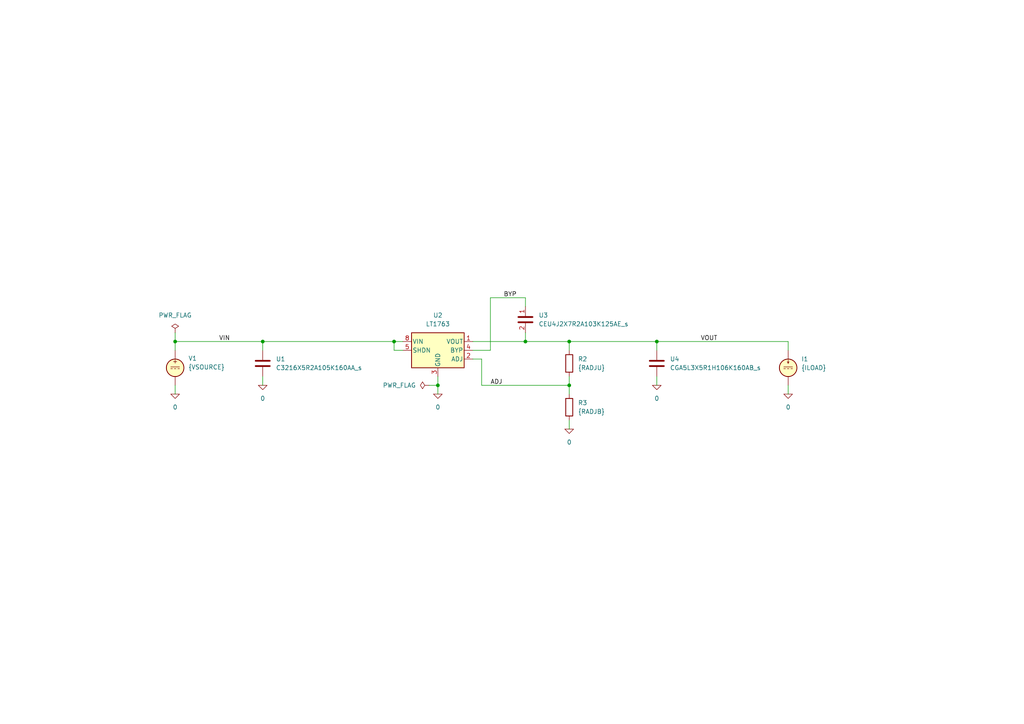
<source format=kicad_sch>
(kicad_sch
	(version 20231120)
	(generator "eeschema")
	(generator_version "8.0")
	(uuid "76123a18-4b2d-4204-9e5a-9f1227a02688")
	(paper "A4")
	(title_block
		(title "500mA, low noise, LDO micropower regulator")
		(date "2024-11-24")
		(rev "2")
		(company "astroelectronic@")
		(comment 1 "-")
		(comment 2 "-")
		(comment 3 "-")
		(comment 4 "AE01005763")
	)
	(lib_symbols
		(symbol "C_1"
			(pin_numbers hide)
			(pin_names
				(offset 0.254)
			)
			(exclude_from_sim no)
			(in_bom yes)
			(on_board yes)
			(property "Reference" "C"
				(at 0.635 2.54 0)
				(effects
					(font
						(size 1.27 1.27)
					)
					(justify left)
				)
			)
			(property "Value" "C_1"
				(at 0.635 -2.54 0)
				(effects
					(font
						(size 1.27 1.27)
					)
					(justify left)
				)
			)
			(property "Footprint" ""
				(at 0.9652 -3.81 0)
				(effects
					(font
						(size 1.27 1.27)
					)
					(hide yes)
				)
			)
			(property "Datasheet" "~"
				(at 0 0 0)
				(effects
					(font
						(size 1.27 1.27)
					)
					(hide yes)
				)
			)
			(property "Description" "Unpolarized capacitor"
				(at 0 0 0)
				(effects
					(font
						(size 1.27 1.27)
					)
					(hide yes)
				)
			)
			(property "ki_keywords" "cap capacitor"
				(at 0 0 0)
				(effects
					(font
						(size 1.27 1.27)
					)
					(hide yes)
				)
			)
			(property "ki_fp_filters" "C_*"
				(at 0 0 0)
				(effects
					(font
						(size 1.27 1.27)
					)
					(hide yes)
				)
			)
			(symbol "C_1_0_1"
				(polyline
					(pts
						(xy -2.032 -0.762) (xy 2.032 -0.762)
					)
					(stroke
						(width 0.508)
						(type default)
					)
					(fill
						(type none)
					)
				)
				(polyline
					(pts
						(xy -2.032 0.762) (xy 2.032 0.762)
					)
					(stroke
						(width 0.508)
						(type default)
					)
					(fill
						(type none)
					)
				)
			)
			(symbol "C_1_1_1"
				(pin passive line
					(at 0 3.81 270)
					(length 2.794)
					(name "~"
						(effects
							(font
								(size 1.27 1.27)
							)
						)
					)
					(number "1"
						(effects
							(font
								(size 1.27 1.27)
							)
						)
					)
				)
				(pin passive line
					(at 0 -3.81 90)
					(length 2.794)
					(name "~"
						(effects
							(font
								(size 1.27 1.27)
							)
						)
					)
					(number "2"
						(effects
							(font
								(size 1.27 1.27)
							)
						)
					)
				)
			)
		)
		(symbol "C_2"
			(pin_numbers hide)
			(pin_names
				(offset 0.254)
			)
			(exclude_from_sim no)
			(in_bom yes)
			(on_board yes)
			(property "Reference" "C"
				(at 0.635 2.54 0)
				(effects
					(font
						(size 1.27 1.27)
					)
					(justify left)
				)
			)
			(property "Value" "C_2"
				(at 0.635 -2.54 0)
				(effects
					(font
						(size 1.27 1.27)
					)
					(justify left)
				)
			)
			(property "Footprint" ""
				(at 0.9652 -3.81 0)
				(effects
					(font
						(size 1.27 1.27)
					)
					(hide yes)
				)
			)
			(property "Datasheet" "~"
				(at 0 0 0)
				(effects
					(font
						(size 1.27 1.27)
					)
					(hide yes)
				)
			)
			(property "Description" "Unpolarized capacitor"
				(at 0 0 0)
				(effects
					(font
						(size 1.27 1.27)
					)
					(hide yes)
				)
			)
			(property "ki_keywords" "cap capacitor"
				(at 0 0 0)
				(effects
					(font
						(size 1.27 1.27)
					)
					(hide yes)
				)
			)
			(property "ki_fp_filters" "C_*"
				(at 0 0 0)
				(effects
					(font
						(size 1.27 1.27)
					)
					(hide yes)
				)
			)
			(symbol "C_2_0_1"
				(polyline
					(pts
						(xy -2.032 -0.762) (xy 2.032 -0.762)
					)
					(stroke
						(width 0.508)
						(type default)
					)
					(fill
						(type none)
					)
				)
				(polyline
					(pts
						(xy -2.032 0.762) (xy 2.032 0.762)
					)
					(stroke
						(width 0.508)
						(type default)
					)
					(fill
						(type none)
					)
				)
			)
			(symbol "C_2_1_1"
				(pin passive line
					(at 0 3.81 270)
					(length 2.794)
					(name "~"
						(effects
							(font
								(size 1.27 1.27)
							)
						)
					)
					(number "1"
						(effects
							(font
								(size 1.27 1.27)
							)
						)
					)
				)
				(pin passive line
					(at 0 -3.81 90)
					(length 2.794)
					(name "~"
						(effects
							(font
								(size 1.27 1.27)
							)
						)
					)
					(number "2"
						(effects
							(font
								(size 1.27 1.27)
							)
						)
					)
				)
			)
		)
		(symbol "C_3"
			(pin_names
				(offset 0.254) hide)
			(exclude_from_sim no)
			(in_bom yes)
			(on_board yes)
			(property "Reference" "C"
				(at 0.635 2.54 0)
				(effects
					(font
						(size 1.27 1.27)
					)
					(justify left)
				)
			)
			(property "Value" "C_3"
				(at 0.635 -2.54 0)
				(effects
					(font
						(size 1.27 1.27)
					)
					(justify left)
				)
			)
			(property "Footprint" ""
				(at 0.9652 -3.81 0)
				(effects
					(font
						(size 1.27 1.27)
					)
					(hide yes)
				)
			)
			(property "Datasheet" "~"
				(at 0 0 0)
				(effects
					(font
						(size 1.27 1.27)
					)
					(hide yes)
				)
			)
			(property "Description" "Unpolarized capacitor"
				(at 0 0 0)
				(effects
					(font
						(size 1.27 1.27)
					)
					(hide yes)
				)
			)
			(property "ki_keywords" "cap capacitor"
				(at 0 0 0)
				(effects
					(font
						(size 1.27 1.27)
					)
					(hide yes)
				)
			)
			(property "ki_fp_filters" "C_*"
				(at 0 0 0)
				(effects
					(font
						(size 1.27 1.27)
					)
					(hide yes)
				)
			)
			(symbol "C_3_0_1"
				(polyline
					(pts
						(xy -2.032 -0.762) (xy 2.032 -0.762)
					)
					(stroke
						(width 0.508)
						(type default)
					)
					(fill
						(type none)
					)
				)
				(polyline
					(pts
						(xy -2.032 0.762) (xy 2.032 0.762)
					)
					(stroke
						(width 0.508)
						(type default)
					)
					(fill
						(type none)
					)
				)
			)
			(symbol "C_3_1_1"
				(pin passive line
					(at 0 3.81 270)
					(length 2.794)
					(name "~"
						(effects
							(font
								(size 1.27 1.27)
							)
						)
					)
					(number "1"
						(effects
							(font
								(size 1.27 1.27)
							)
						)
					)
				)
				(pin passive line
					(at 0 -3.81 90)
					(length 2.794)
					(name "~"
						(effects
							(font
								(size 1.27 1.27)
							)
						)
					)
					(number "2"
						(effects
							(font
								(size 1.27 1.27)
							)
						)
					)
				)
			)
		)
		(symbol "LT1763:0"
			(power)
			(pin_names
				(offset 0)
			)
			(exclude_from_sim no)
			(in_bom yes)
			(on_board yes)
			(property "Reference" "#GND"
				(at 0 -2.54 0)
				(effects
					(font
						(size 1.27 1.27)
					)
					(hide yes)
				)
			)
			(property "Value" "0"
				(at 0 -1.778 0)
				(effects
					(font
						(size 1.27 1.27)
					)
				)
			)
			(property "Footprint" ""
				(at 0 0 0)
				(effects
					(font
						(size 1.27 1.27)
					)
					(hide yes)
				)
			)
			(property "Datasheet" "~"
				(at 0 0 0)
				(effects
					(font
						(size 1.27 1.27)
					)
					(hide yes)
				)
			)
			(property "Description" "0V reference potential for simulation"
				(at 0 0 0)
				(effects
					(font
						(size 1.27 1.27)
					)
					(hide yes)
				)
			)
			(property "ki_keywords" "simulation"
				(at 0 0 0)
				(effects
					(font
						(size 1.27 1.27)
					)
					(hide yes)
				)
			)
			(symbol "0_0_1"
				(polyline
					(pts
						(xy -1.27 0) (xy 0 -1.27) (xy 1.27 0) (xy -1.27 0)
					)
					(stroke
						(width 0)
						(type default)
					)
					(fill
						(type none)
					)
				)
			)
			(symbol "0_1_1"
				(pin power_in line
					(at 0 0 0)
					(length 0) hide
					(name "0"
						(effects
							(font
								(size 1.016 1.016)
							)
						)
					)
					(number "1"
						(effects
							(font
								(size 1.016 1.016)
							)
						)
					)
				)
			)
		)
		(symbol "LT1763:IDC"
			(pin_numbers hide)
			(pin_names
				(offset 0.0254)
			)
			(exclude_from_sim no)
			(in_bom yes)
			(on_board yes)
			(property "Reference" "I"
				(at 2.54 2.54 0)
				(effects
					(font
						(size 1.27 1.27)
					)
					(justify left)
				)
			)
			(property "Value" "1"
				(at 2.54 0 0)
				(effects
					(font
						(size 1.27 1.27)
					)
					(justify left)
				)
			)
			(property "Footprint" ""
				(at 0 0 0)
				(effects
					(font
						(size 1.27 1.27)
					)
					(hide yes)
				)
			)
			(property "Datasheet" "~"
				(at 0 0 0)
				(effects
					(font
						(size 1.27 1.27)
					)
					(hide yes)
				)
			)
			(property "Description" "Current source, DC"
				(at 0 0 0)
				(effects
					(font
						(size 1.27 1.27)
					)
					(hide yes)
				)
			)
			(property "Sim.Pins" "1=+ 2=-"
				(at 0 0 0)
				(effects
					(font
						(size 1.27 1.27)
					)
					(hide yes)
				)
			)
			(property "Sim.Type" "DC"
				(at 0 0 0)
				(effects
					(font
						(size 1.27 1.27)
					)
					(hide yes)
				)
			)
			(property "Sim.Device" "I"
				(at 0 0 0)
				(effects
					(font
						(size 1.27 1.27)
					)
					(justify left)
					(hide yes)
				)
			)
			(property "Spice_Netlist_Enabled" "Y"
				(at 0 0 0)
				(effects
					(font
						(size 1.27 1.27)
					)
					(justify left)
					(hide yes)
				)
			)
			(property "ki_keywords" "simulation"
				(at 0 0 0)
				(effects
					(font
						(size 1.27 1.27)
					)
					(hide yes)
				)
			)
			(symbol "IDC_0_0"
				(polyline
					(pts
						(xy -1.27 0.254) (xy 1.27 0.254)
					)
					(stroke
						(width 0)
						(type default)
					)
					(fill
						(type none)
					)
				)
				(polyline
					(pts
						(xy -0.762 -0.254) (xy -1.27 -0.254)
					)
					(stroke
						(width 0)
						(type default)
					)
					(fill
						(type none)
					)
				)
				(polyline
					(pts
						(xy 0.254 -0.254) (xy -0.254 -0.254)
					)
					(stroke
						(width 0)
						(type default)
					)
					(fill
						(type none)
					)
				)
				(polyline
					(pts
						(xy 1.27 -0.254) (xy 0.762 -0.254)
					)
					(stroke
						(width 0)
						(type default)
					)
					(fill
						(type none)
					)
				)
			)
			(symbol "IDC_0_1"
				(polyline
					(pts
						(xy 0 1.27) (xy 0 2.286)
					)
					(stroke
						(width 0)
						(type default)
					)
					(fill
						(type none)
					)
				)
				(polyline
					(pts
						(xy -0.254 1.778) (xy 0 1.27) (xy 0.254 1.778)
					)
					(stroke
						(width 0)
						(type default)
					)
					(fill
						(type none)
					)
				)
				(circle
					(center 0 0)
					(radius 2.54)
					(stroke
						(width 0.254)
						(type default)
					)
					(fill
						(type background)
					)
				)
			)
			(symbol "IDC_1_1"
				(pin passive line
					(at 0 5.08 270)
					(length 2.54)
					(name "~"
						(effects
							(font
								(size 1.27 1.27)
							)
						)
					)
					(number "1"
						(effects
							(font
								(size 1.27 1.27)
							)
						)
					)
				)
				(pin passive line
					(at 0 -5.08 90)
					(length 2.54)
					(name "~"
						(effects
							(font
								(size 1.27 1.27)
							)
						)
					)
					(number "2"
						(effects
							(font
								(size 1.27 1.27)
							)
						)
					)
				)
			)
		)
		(symbol "LT1763:LT1763"
			(pin_names
				(offset 0.254)
			)
			(exclude_from_sim no)
			(in_bom yes)
			(on_board yes)
			(property "Reference" "U"
				(at -6.35 6.35 0)
				(effects
					(font
						(size 1.27 1.27)
					)
				)
			)
			(property "Value" "LT1763"
				(at 0 6.35 0)
				(effects
					(font
						(size 1.27 1.27)
					)
					(justify left)
				)
			)
			(property "Footprint" ""
				(at 0 8.255 0)
				(effects
					(font
						(size 1.27 1.27)
					)
					(hide yes)
				)
			)
			(property "Datasheet" "https://www.analog.com/en/products/lt1763.html"
				(at 0 0 0)
				(effects
					(font
						(size 1.27 1.27)
					)
					(hide yes)
				)
			)
			(property "Description" "500mA, low noise, LDO micropower regulator"
				(at 0 0 0)
				(effects
					(font
						(size 1.27 1.27)
					)
					(hide yes)
				)
			)
			(property "ki_keywords" "REGULATOR POSITIVE POWER LDO"
				(at 0 0 0)
				(effects
					(font
						(size 1.27 1.27)
					)
					(hide yes)
				)
			)
			(property "ki_fp_filters" "TSOT?23*"
				(at 0 0 0)
				(effects
					(font
						(size 1.27 1.27)
					)
					(hide yes)
				)
			)
			(symbol "LT1763_0_1"
				(rectangle
					(start -7.62 5.08)
					(end 7.62 -5.08)
					(stroke
						(width 0.254)
						(type default)
					)
					(fill
						(type background)
					)
				)
			)
			(symbol "LT1763_1_1"
				(pin passive line
					(at 10.16 2.54 180)
					(length 2.54)
					(name "VOUT"
						(effects
							(font
								(size 1.27 1.27)
							)
						)
					)
					(number "1"
						(effects
							(font
								(size 1.27 1.27)
							)
						)
					)
				)
				(pin passive line
					(at 10.16 -2.54 180)
					(length 2.54)
					(name "ADJ"
						(effects
							(font
								(size 1.27 1.27)
							)
						)
					)
					(number "2"
						(effects
							(font
								(size 1.27 1.27)
							)
						)
					)
				)
				(pin passive line
					(at 0 -7.62 90)
					(length 2.54)
					(name "GND"
						(effects
							(font
								(size 1.27 1.27)
							)
						)
					)
					(number "3"
						(effects
							(font
								(size 1.27 1.27)
							)
						)
					)
				)
				(pin passive line
					(at 10.16 0 180)
					(length 2.54)
					(name "BYP"
						(effects
							(font
								(size 1.27 1.27)
							)
						)
					)
					(number "4"
						(effects
							(font
								(size 1.27 1.27)
							)
						)
					)
				)
				(pin passive line
					(at -10.16 0 0)
					(length 2.54)
					(name "SHDN"
						(effects
							(font
								(size 1.27 1.27)
							)
						)
					)
					(number "5"
						(effects
							(font
								(size 1.27 1.27)
							)
						)
					)
				)
				(pin passive line
					(at -10.16 2.54 0)
					(length 2.54)
					(name "VIN"
						(effects
							(font
								(size 1.27 1.27)
							)
						)
					)
					(number "8"
						(effects
							(font
								(size 1.27 1.27)
							)
						)
					)
				)
			)
		)
		(symbol "LT1763:PWR_FLAG"
			(power)
			(pin_numbers hide)
			(pin_names
				(offset 0) hide)
			(exclude_from_sim no)
			(in_bom yes)
			(on_board yes)
			(property "Reference" "#FLG"
				(at 0 1.905 0)
				(effects
					(font
						(size 1.27 1.27)
					)
					(hide yes)
				)
			)
			(property "Value" "PWR_FLAG"
				(at 0 3.81 0)
				(effects
					(font
						(size 1.27 1.27)
					)
				)
			)
			(property "Footprint" ""
				(at 0 0 0)
				(effects
					(font
						(size 1.27 1.27)
					)
					(hide yes)
				)
			)
			(property "Datasheet" "~"
				(at 0 0 0)
				(effects
					(font
						(size 1.27 1.27)
					)
					(hide yes)
				)
			)
			(property "Description" "Special symbol for telling ERC where power comes from"
				(at 0 0 0)
				(effects
					(font
						(size 1.27 1.27)
					)
					(hide yes)
				)
			)
			(property "ki_keywords" "flag power"
				(at 0 0 0)
				(effects
					(font
						(size 1.27 1.27)
					)
					(hide yes)
				)
			)
			(symbol "PWR_FLAG_0_0"
				(pin power_out line
					(at 0 0 90)
					(length 0)
					(name "pwr"
						(effects
							(font
								(size 1.27 1.27)
							)
						)
					)
					(number "1"
						(effects
							(font
								(size 1.27 1.27)
							)
						)
					)
				)
			)
			(symbol "PWR_FLAG_0_1"
				(polyline
					(pts
						(xy 0 0) (xy 0 1.27) (xy -1.016 1.905) (xy 0 2.54) (xy 1.016 1.905) (xy 0 1.27)
					)
					(stroke
						(width 0)
						(type default)
					)
					(fill
						(type none)
					)
				)
			)
		)
		(symbol "LT1763:R"
			(pin_numbers hide)
			(pin_names
				(offset 0)
			)
			(exclude_from_sim no)
			(in_bom yes)
			(on_board yes)
			(property "Reference" "R"
				(at 2.032 0 90)
				(effects
					(font
						(size 1.27 1.27)
					)
				)
			)
			(property "Value" "R"
				(at 0 0 90)
				(effects
					(font
						(size 1.27 1.27)
					)
				)
			)
			(property "Footprint" ""
				(at -1.778 0 90)
				(effects
					(font
						(size 1.27 1.27)
					)
					(hide yes)
				)
			)
			(property "Datasheet" "~"
				(at 0 0 0)
				(effects
					(font
						(size 1.27 1.27)
					)
					(hide yes)
				)
			)
			(property "Description" "Resistor"
				(at 0 0 0)
				(effects
					(font
						(size 1.27 1.27)
					)
					(hide yes)
				)
			)
			(property "ki_keywords" "R res resistor"
				(at 0 0 0)
				(effects
					(font
						(size 1.27 1.27)
					)
					(hide yes)
				)
			)
			(property "ki_fp_filters" "R_*"
				(at 0 0 0)
				(effects
					(font
						(size 1.27 1.27)
					)
					(hide yes)
				)
			)
			(symbol "R_0_1"
				(rectangle
					(start -1.016 -2.54)
					(end 1.016 2.54)
					(stroke
						(width 0.254)
						(type default)
					)
					(fill
						(type none)
					)
				)
			)
			(symbol "R_1_1"
				(pin passive line
					(at 0 3.81 270)
					(length 1.27)
					(name "~"
						(effects
							(font
								(size 1.27 1.27)
							)
						)
					)
					(number "1"
						(effects
							(font
								(size 1.27 1.27)
							)
						)
					)
				)
				(pin passive line
					(at 0 -3.81 90)
					(length 1.27)
					(name "~"
						(effects
							(font
								(size 1.27 1.27)
							)
						)
					)
					(number "2"
						(effects
							(font
								(size 1.27 1.27)
							)
						)
					)
				)
			)
		)
		(symbol "LT1763:VDC"
			(pin_numbers hide)
			(pin_names
				(offset 0.0254)
			)
			(exclude_from_sim no)
			(in_bom yes)
			(on_board yes)
			(property "Reference" "V"
				(at 2.54 2.54 0)
				(effects
					(font
						(size 1.27 1.27)
					)
					(justify left)
				)
			)
			(property "Value" "1"
				(at 2.54 0 0)
				(effects
					(font
						(size 1.27 1.27)
					)
					(justify left)
				)
			)
			(property "Footprint" ""
				(at 0 0 0)
				(effects
					(font
						(size 1.27 1.27)
					)
					(hide yes)
				)
			)
			(property "Datasheet" "~"
				(at 0 0 0)
				(effects
					(font
						(size 1.27 1.27)
					)
					(hide yes)
				)
			)
			(property "Description" "Voltage source, DC"
				(at 0 0 0)
				(effects
					(font
						(size 1.27 1.27)
					)
					(hide yes)
				)
			)
			(property "Sim.Pins" "1=+ 2=-"
				(at 0 0 0)
				(effects
					(font
						(size 1.27 1.27)
					)
					(hide yes)
				)
			)
			(property "Sim.Type" "DC"
				(at 0 0 0)
				(effects
					(font
						(size 1.27 1.27)
					)
					(hide yes)
				)
			)
			(property "Sim.Device" "V"
				(at 0 0 0)
				(effects
					(font
						(size 1.27 1.27)
					)
					(justify left)
					(hide yes)
				)
			)
			(property "Spice_Netlist_Enabled" "Y"
				(at 0 0 0)
				(effects
					(font
						(size 1.27 1.27)
					)
					(justify left)
					(hide yes)
				)
			)
			(property "ki_keywords" "simulation"
				(at 0 0 0)
				(effects
					(font
						(size 1.27 1.27)
					)
					(hide yes)
				)
			)
			(symbol "VDC_0_0"
				(polyline
					(pts
						(xy -1.27 0.254) (xy 1.27 0.254)
					)
					(stroke
						(width 0)
						(type default)
					)
					(fill
						(type none)
					)
				)
				(polyline
					(pts
						(xy -0.762 -0.254) (xy -1.27 -0.254)
					)
					(stroke
						(width 0)
						(type default)
					)
					(fill
						(type none)
					)
				)
				(polyline
					(pts
						(xy 0.254 -0.254) (xy -0.254 -0.254)
					)
					(stroke
						(width 0)
						(type default)
					)
					(fill
						(type none)
					)
				)
				(polyline
					(pts
						(xy 1.27 -0.254) (xy 0.762 -0.254)
					)
					(stroke
						(width 0)
						(type default)
					)
					(fill
						(type none)
					)
				)
				(text "+"
					(at 0 1.905 0)
					(effects
						(font
							(size 1.27 1.27)
						)
					)
				)
			)
			(symbol "VDC_0_1"
				(circle
					(center 0 0)
					(radius 2.54)
					(stroke
						(width 0.254)
						(type default)
					)
					(fill
						(type background)
					)
				)
			)
			(symbol "VDC_1_1"
				(pin passive line
					(at 0 5.08 270)
					(length 2.54)
					(name "~"
						(effects
							(font
								(size 1.27 1.27)
							)
						)
					)
					(number "1"
						(effects
							(font
								(size 1.27 1.27)
							)
						)
					)
				)
				(pin passive line
					(at 0 -5.08 90)
					(length 2.54)
					(name "~"
						(effects
							(font
								(size 1.27 1.27)
							)
						)
					)
					(number "2"
						(effects
							(font
								(size 1.27 1.27)
							)
						)
					)
				)
			)
		)
	)
	(junction
		(at 190.5 99.06)
		(diameter 0)
		(color 0 0 0 0)
		(uuid "11109602-1aa3-4662-aaee-cd7778ed68d3")
	)
	(junction
		(at 165.1 99.06)
		(diameter 0)
		(color 0 0 0 0)
		(uuid "42864d58-f36f-475f-827e-a50cd7d9d3a0")
	)
	(junction
		(at 165.1 111.76)
		(diameter 0)
		(color 0 0 0 0)
		(uuid "572f6b32-03c9-4d27-afda-0f6f65180ffc")
	)
	(junction
		(at 114.3 99.06)
		(diameter 0)
		(color 0 0 0 0)
		(uuid "b39e8e9d-ae41-4396-83ce-97e05f76f74b")
	)
	(junction
		(at 50.8 99.06)
		(diameter 0)
		(color 0 0 0 0)
		(uuid "b8a210d7-bdf1-4456-8c25-8a82d5c7f6cf")
	)
	(junction
		(at 76.2 99.06)
		(diameter 0)
		(color 0 0 0 0)
		(uuid "d6a02af8-1190-42d4-8ada-9f6c6c253d1c")
	)
	(junction
		(at 127 111.76)
		(diameter 0)
		(color 0 0 0 0)
		(uuid "db638b4a-fca0-4113-af5b-9bc4768de372")
	)
	(junction
		(at 152.4 99.06)
		(diameter 0)
		(color 0 0 0 0)
		(uuid "e100e4b9-e8dc-4103-ac04-41c8ad987513")
	)
	(wire
		(pts
			(xy 142.24 101.6) (xy 142.24 86.36)
		)
		(stroke
			(width 0)
			(type default)
		)
		(uuid "0bdd93fd-05e4-4227-ac74-3a508eebeea8")
	)
	(wire
		(pts
			(xy 228.6 101.6) (xy 228.6 99.06)
		)
		(stroke
			(width 0)
			(type default)
		)
		(uuid "1356824a-1a49-43ac-856e-20d1d948a33f")
	)
	(wire
		(pts
			(xy 165.1 111.76) (xy 165.1 114.3)
		)
		(stroke
			(width 0)
			(type default)
		)
		(uuid "14ba19cc-cab9-4115-9733-11cb6575238a")
	)
	(wire
		(pts
			(xy 76.2 109.22) (xy 76.2 111.76)
		)
		(stroke
			(width 0)
			(type default)
		)
		(uuid "24428103-292a-4d56-b6a0-2b2cef0552a0")
	)
	(wire
		(pts
			(xy 190.5 109.22) (xy 190.5 111.76)
		)
		(stroke
			(width 0)
			(type default)
		)
		(uuid "2a8d9f39-7015-4ef9-b3b6-73b8662dda40")
	)
	(wire
		(pts
			(xy 165.1 99.06) (xy 190.5 99.06)
		)
		(stroke
			(width 0)
			(type default)
		)
		(uuid "2ce9b536-4aa0-456b-a68c-eaf45f9c02d5")
	)
	(wire
		(pts
			(xy 152.4 99.06) (xy 165.1 99.06)
		)
		(stroke
			(width 0)
			(type default)
		)
		(uuid "4044a957-ffaa-4c2f-9254-eb8c2e8157ce")
	)
	(wire
		(pts
			(xy 127 109.22) (xy 127 111.76)
		)
		(stroke
			(width 0)
			(type default)
		)
		(uuid "5aa00d47-abc6-48c1-9c9d-2e2c7735ba12")
	)
	(wire
		(pts
			(xy 190.5 101.6) (xy 190.5 99.06)
		)
		(stroke
			(width 0)
			(type default)
		)
		(uuid "62d26abd-ba0c-4339-a528-0b145ba7bae8")
	)
	(wire
		(pts
			(xy 165.1 121.92) (xy 165.1 124.46)
		)
		(stroke
			(width 0)
			(type default)
		)
		(uuid "66d77bf9-f843-4274-8fb3-9aacf38ee482")
	)
	(wire
		(pts
			(xy 114.3 99.06) (xy 116.84 99.06)
		)
		(stroke
			(width 0)
			(type default)
		)
		(uuid "728f4d99-dd70-4017-8d73-471ab7afc576")
	)
	(wire
		(pts
			(xy 139.7 104.14) (xy 137.16 104.14)
		)
		(stroke
			(width 0)
			(type default)
		)
		(uuid "7a6a1a57-0510-46e9-bbc7-a1b708dac2f2")
	)
	(wire
		(pts
			(xy 228.6 111.76) (xy 228.6 114.3)
		)
		(stroke
			(width 0)
			(type default)
		)
		(uuid "7eec934c-6cc3-47eb-b91a-74863d77add4")
	)
	(wire
		(pts
			(xy 137.16 99.06) (xy 152.4 99.06)
		)
		(stroke
			(width 0)
			(type default)
		)
		(uuid "807b8ff3-8fd9-407c-b2a0-194eb7389612")
	)
	(wire
		(pts
			(xy 152.4 86.36) (xy 152.4 88.9)
		)
		(stroke
			(width 0)
			(type default)
		)
		(uuid "87d00c6c-a184-4a15-9689-dc9e55906922")
	)
	(wire
		(pts
			(xy 190.5 99.06) (xy 228.6 99.06)
		)
		(stroke
			(width 0)
			(type default)
		)
		(uuid "a77d93fd-8c8f-476d-ba10-649967172bbb")
	)
	(wire
		(pts
			(xy 116.84 101.6) (xy 114.3 101.6)
		)
		(stroke
			(width 0)
			(type default)
		)
		(uuid "ae493a04-70d8-4322-ac57-bcd6555ada5f")
	)
	(wire
		(pts
			(xy 152.4 96.52) (xy 152.4 99.06)
		)
		(stroke
			(width 0)
			(type default)
		)
		(uuid "afe1ae79-527b-41b2-8f22-0e346cbdceb7")
	)
	(wire
		(pts
			(xy 139.7 111.76) (xy 139.7 104.14)
		)
		(stroke
			(width 0)
			(type default)
		)
		(uuid "bdcd4650-515e-48f6-8bb9-bc5bbc29ef4b")
	)
	(wire
		(pts
			(xy 50.8 99.06) (xy 76.2 99.06)
		)
		(stroke
			(width 0)
			(type default)
		)
		(uuid "be1c155e-5797-4fb6-a745-d1cc0aa3264c")
	)
	(wire
		(pts
			(xy 76.2 99.06) (xy 114.3 99.06)
		)
		(stroke
			(width 0)
			(type default)
		)
		(uuid "c0a03b20-53c0-4226-8bf9-f9dd00325717")
	)
	(wire
		(pts
			(xy 137.16 101.6) (xy 142.24 101.6)
		)
		(stroke
			(width 0)
			(type default)
		)
		(uuid "c3bf904e-3590-4ff9-82ac-572d5c47bc26")
	)
	(wire
		(pts
			(xy 76.2 99.06) (xy 76.2 101.6)
		)
		(stroke
			(width 0)
			(type default)
		)
		(uuid "ca25e6f0-9cd2-4f65-a389-a3cfbade2b23")
	)
	(wire
		(pts
			(xy 127 111.76) (xy 124.46 111.76)
		)
		(stroke
			(width 0)
			(type default)
		)
		(uuid "cd2ecde7-a2b7-46e7-a79f-53450da65f90")
	)
	(wire
		(pts
			(xy 127 111.76) (xy 127 114.3)
		)
		(stroke
			(width 0)
			(type default)
		)
		(uuid "d1a94bdd-7134-4c78-a2d5-f25a4b0923eb")
	)
	(wire
		(pts
			(xy 165.1 99.06) (xy 165.1 101.6)
		)
		(stroke
			(width 0)
			(type default)
		)
		(uuid "d2b6b60c-8c64-4daa-b0f6-ba30cb3cf25e")
	)
	(wire
		(pts
			(xy 50.8 101.6) (xy 50.8 99.06)
		)
		(stroke
			(width 0)
			(type default)
		)
		(uuid "d2e956d2-fcf1-459e-9dd1-96352e8b6efe")
	)
	(wire
		(pts
			(xy 50.8 96.52) (xy 50.8 99.06)
		)
		(stroke
			(width 0)
			(type default)
		)
		(uuid "d4c083b6-708b-40dc-8a8d-47118ff17940")
	)
	(wire
		(pts
			(xy 165.1 109.22) (xy 165.1 111.76)
		)
		(stroke
			(width 0)
			(type default)
		)
		(uuid "d9561174-456d-4a2a-9f06-a8e41ae2ae6a")
	)
	(wire
		(pts
			(xy 50.8 111.76) (xy 50.8 114.3)
		)
		(stroke
			(width 0)
			(type default)
		)
		(uuid "e6e488de-6bbe-4325-8661-1fc9a3c093c3")
	)
	(wire
		(pts
			(xy 139.7 111.76) (xy 165.1 111.76)
		)
		(stroke
			(width 0)
			(type default)
		)
		(uuid "edf6db8c-9142-4bc6-8df1-2e9ad88b3a67")
	)
	(wire
		(pts
			(xy 142.24 86.36) (xy 152.4 86.36)
		)
		(stroke
			(width 0)
			(type default)
		)
		(uuid "efb4fa5a-2af2-49e1-a9e3-9b2f43a08f9f")
	)
	(wire
		(pts
			(xy 114.3 99.06) (xy 114.3 101.6)
		)
		(stroke
			(width 0)
			(type default)
		)
		(uuid "f9934a19-2288-4e27-bfed-a4784850ea40")
	)
	(label "VOUT"
		(at 203.2 99.06 0)
		(fields_autoplaced yes)
		(effects
			(font
				(size 1.27 1.27)
			)
			(justify left bottom)
		)
		(uuid "24762aca-e450-47b5-8e72-e7098422ca6b")
	)
	(label "ADJ"
		(at 142.24 111.76 0)
		(fields_autoplaced yes)
		(effects
			(font
				(size 1.27 1.27)
			)
			(justify left bottom)
		)
		(uuid "81ea7eac-d918-446e-8f07-195c3b50ec83")
	)
	(label "VIN"
		(at 63.5 99.06 0)
		(fields_autoplaced yes)
		(effects
			(font
				(size 1.27 1.27)
			)
			(justify left bottom)
		)
		(uuid "ce8c0197-12fa-46ad-99d9-f8922b3114cb")
	)
	(label "BYP"
		(at 146.05 86.36 0)
		(fields_autoplaced yes)
		(effects
			(font
				(size 1.27 1.27)
			)
			(justify left bottom)
		)
		(uuid "d9172426-47d5-4e6e-9a46-0f6c5d674ba9")
	)
	(symbol
		(lib_id "LT1763:0")
		(at 76.2 111.76 0)
		(unit 1)
		(exclude_from_sim no)
		(in_bom yes)
		(on_board yes)
		(dnp no)
		(fields_autoplaced yes)
		(uuid "0268f42e-e91b-4228-ae8f-e4c54ec3fe40")
		(property "Reference" "#GND0106"
			(at 76.2 114.3 0)
			(effects
				(font
					(size 1.27 1.27)
				)
				(hide yes)
			)
		)
		(property "Value" "0"
			(at 76.2 115.57 0)
			(effects
				(font
					(size 1.27 1.27)
				)
			)
		)
		(property "Footprint" ""
			(at 76.2 111.76 0)
			(effects
				(font
					(size 1.27 1.27)
				)
				(hide yes)
			)
		)
		(property "Datasheet" "~"
			(at 76.2 111.76 0)
			(effects
				(font
					(size 1.27 1.27)
				)
				(hide yes)
			)
		)
		(property "Description" ""
			(at 76.2 111.76 0)
			(effects
				(font
					(size 1.27 1.27)
				)
				(hide yes)
			)
		)
		(pin "1"
			(uuid "87809094-6005-4f08-a78c-1cb4819790d4")
		)
		(instances
			(project "LT1763"
				(path "/76123a18-4b2d-4204-9e5a-9f1227a02688"
					(reference "#GND0106")
					(unit 1)
				)
			)
		)
	)
	(symbol
		(lib_id "LT1763:0")
		(at 50.8 114.3 0)
		(unit 1)
		(exclude_from_sim no)
		(in_bom yes)
		(on_board yes)
		(dnp no)
		(fields_autoplaced yes)
		(uuid "2636227d-dfd1-4aac-8057-54746b3d0781")
		(property "Reference" "#GND0105"
			(at 50.8 116.84 0)
			(effects
				(font
					(size 1.27 1.27)
				)
				(hide yes)
			)
		)
		(property "Value" "0"
			(at 50.8 118.11 0)
			(effects
				(font
					(size 1.27 1.27)
				)
			)
		)
		(property "Footprint" ""
			(at 50.8 114.3 0)
			(effects
				(font
					(size 1.27 1.27)
				)
				(hide yes)
			)
		)
		(property "Datasheet" "~"
			(at 50.8 114.3 0)
			(effects
				(font
					(size 1.27 1.27)
				)
				(hide yes)
			)
		)
		(property "Description" ""
			(at 50.8 114.3 0)
			(effects
				(font
					(size 1.27 1.27)
				)
				(hide yes)
			)
		)
		(pin "1"
			(uuid "f6042a3f-6901-42ff-989d-e64f26386100")
		)
		(instances
			(project "LT1763"
				(path "/76123a18-4b2d-4204-9e5a-9f1227a02688"
					(reference "#GND0105")
					(unit 1)
				)
			)
		)
	)
	(symbol
		(lib_name "LT1763:IDC")
		(lib_id "LT1763:IDC")
		(at 228.6 106.68 0)
		(unit 1)
		(exclude_from_sim no)
		(in_bom yes)
		(on_board yes)
		(dnp no)
		(fields_autoplaced yes)
		(uuid "298384bb-7d38-4da4-8df4-4a5870f13a7e")
		(property "Reference" "I1"
			(at 232.41 104.1399 0)
			(effects
				(font
					(size 1.27 1.27)
				)
				(justify left)
			)
		)
		(property "Value" "{ILOAD}"
			(at 232.41 106.6799 0)
			(effects
				(font
					(size 1.27 1.27)
				)
				(justify left)
			)
		)
		(property "Footprint" ""
			(at 228.6 106.68 0)
			(effects
				(font
					(size 1.27 1.27)
				)
				(hide yes)
			)
		)
		(property "Datasheet" "~"
			(at 228.6 106.68 0)
			(effects
				(font
					(size 1.27 1.27)
				)
				(hide yes)
			)
		)
		(property "Description" ""
			(at 228.6 106.68 0)
			(effects
				(font
					(size 1.27 1.27)
				)
				(hide yes)
			)
		)
		(property "Sim.Device" "SPICE"
			(at 228.6 106.68 0)
			(effects
				(font
					(size 1.27 1.27)
				)
				(justify left)
				(hide yes)
			)
		)
		(property "Sim.Params" "type=\"I\" model=\"{ILOAD}\" lib=\"\""
			(at 0 0 0)
			(effects
				(font
					(size 1.27 1.27)
				)
				(hide yes)
			)
		)
		(property "Sim.Pins" "1=1 2=2"
			(at 0 0 0)
			(effects
				(font
					(size 1.27 1.27)
				)
				(hide yes)
			)
		)
		(pin "1"
			(uuid "32a72a8c-2687-4119-9922-5a673c19d69c")
		)
		(pin "2"
			(uuid "079d57c3-5333-4c39-8798-a4a1eaea928b")
		)
		(instances
			(project "LT1763"
				(path "/76123a18-4b2d-4204-9e5a-9f1227a02688"
					(reference "I1")
					(unit 1)
				)
			)
		)
	)
	(symbol
		(lib_id "LT1763:R")
		(at 165.1 105.41 0)
		(unit 1)
		(exclude_from_sim no)
		(in_bom yes)
		(on_board yes)
		(dnp no)
		(fields_autoplaced yes)
		(uuid "5179e288-479b-4b93-b9e7-fe29fddc8aad")
		(property "Reference" "R2"
			(at 167.64 104.1399 0)
			(effects
				(font
					(size 1.27 1.27)
				)
				(justify left)
			)
		)
		(property "Value" "{RADJU}"
			(at 167.64 106.6799 0)
			(effects
				(font
					(size 1.27 1.27)
				)
				(justify left)
			)
		)
		(property "Footprint" ""
			(at 163.322 105.41 90)
			(effects
				(font
					(size 1.27 1.27)
				)
				(hide yes)
			)
		)
		(property "Datasheet" "~"
			(at 165.1 105.41 0)
			(effects
				(font
					(size 1.27 1.27)
				)
				(hide yes)
			)
		)
		(property "Description" ""
			(at 165.1 105.41 0)
			(effects
				(font
					(size 1.27 1.27)
				)
				(hide yes)
			)
		)
		(pin "1"
			(uuid "75160e0e-ec09-455e-97e7-7d760a083bc9")
		)
		(pin "2"
			(uuid "4f80291a-1c8e-4654-b7d9-bc61f549b91b")
		)
		(instances
			(project "LT1763"
				(path "/76123a18-4b2d-4204-9e5a-9f1227a02688"
					(reference "R2")
					(unit 1)
				)
			)
		)
	)
	(symbol
		(lib_name "C_3")
		(lib_id "LT1763:C_3")
		(at 152.4 92.71 0)
		(unit 1)
		(exclude_from_sim no)
		(in_bom yes)
		(on_board yes)
		(dnp no)
		(fields_autoplaced yes)
		(uuid "651fc1b1-78bc-4335-867a-3485d5b4ec05")
		(property "Reference" "U3"
			(at 156.21 91.4399 0)
			(effects
				(font
					(size 1.27 1.27)
				)
				(justify left)
			)
		)
		(property "Value" "CEU4J2X7R2A103K125AE_s"
			(at 156.21 93.9799 0)
			(effects
				(font
					(size 1.27 1.27)
				)
				(justify left)
			)
		)
		(property "Footprint" ""
			(at 153.3652 96.52 0)
			(effects
				(font
					(size 1.27 1.27)
				)
				(hide yes)
			)
		)
		(property "Datasheet" "~"
			(at 152.4 92.71 0)
			(effects
				(font
					(size 1.27 1.27)
				)
				(hide yes)
			)
		)
		(property "Description" ""
			(at 152.4 92.71 0)
			(effects
				(font
					(size 1.27 1.27)
				)
				(hide yes)
			)
		)
		(property "Sim.Device" "SUBCKT"
			(at 152.4 92.71 0)
			(effects
				(font
					(size 1.27 1.27)
				)
				(hide yes)
			)
		)
		(property "Sim.Pins" "1=n1 2=n2"
			(at 0 0 0)
			(effects
				(font
					(size 1.27 1.27)
				)
				(hide yes)
			)
		)
		(property "Sim.Library" "_models\\CEU4J2X7R2A103K125AE_s.mod"
			(at 152.4 92.71 0)
			(effects
				(font
					(size 1.27 1.27)
				)
				(hide yes)
			)
		)
		(property "Sim.Name" "CEU4J2X7R2A103K125AE_s"
			(at 152.4 92.71 0)
			(effects
				(font
					(size 1.27 1.27)
				)
				(hide yes)
			)
		)
		(pin "1"
			(uuid "d2309e71-c1bd-457f-a13f-4df344465e2f")
		)
		(pin "2"
			(uuid "a0c0b8c7-9670-4036-bb6c-2b1537548609")
		)
		(instances
			(project "LT1763"
				(path "/76123a18-4b2d-4204-9e5a-9f1227a02688"
					(reference "U3")
					(unit 1)
				)
			)
		)
	)
	(symbol
		(lib_id "LT1763:0")
		(at 228.6 114.3 0)
		(unit 1)
		(exclude_from_sim no)
		(in_bom yes)
		(on_board yes)
		(dnp no)
		(fields_autoplaced yes)
		(uuid "88696210-2337-49e0-a868-846f60638ba6")
		(property "Reference" "#GND0102"
			(at 228.6 116.84 0)
			(effects
				(font
					(size 1.27 1.27)
				)
				(hide yes)
			)
		)
		(property "Value" "0"
			(at 228.6 118.11 0)
			(effects
				(font
					(size 1.27 1.27)
				)
			)
		)
		(property "Footprint" ""
			(at 228.6 114.3 0)
			(effects
				(font
					(size 1.27 1.27)
				)
				(hide yes)
			)
		)
		(property "Datasheet" "~"
			(at 228.6 114.3 0)
			(effects
				(font
					(size 1.27 1.27)
				)
				(hide yes)
			)
		)
		(property "Description" ""
			(at 228.6 114.3 0)
			(effects
				(font
					(size 1.27 1.27)
				)
				(hide yes)
			)
		)
		(pin "1"
			(uuid "3cade351-21d9-4845-8a9e-625ec023cc55")
		)
		(instances
			(project "LT1763"
				(path "/76123a18-4b2d-4204-9e5a-9f1227a02688"
					(reference "#GND0102")
					(unit 1)
				)
			)
		)
	)
	(symbol
		(lib_id "LT1763:PWR_FLAG")
		(at 124.46 111.76 90)
		(unit 1)
		(exclude_from_sim no)
		(in_bom yes)
		(on_board yes)
		(dnp no)
		(fields_autoplaced yes)
		(uuid "91e4f036-2f34-4b1f-8ea4-8ab8111a0c38")
		(property "Reference" "#FLG02"
			(at 122.555 111.76 0)
			(effects
				(font
					(size 1.27 1.27)
				)
				(hide yes)
			)
		)
		(property "Value" "PWR_FLAG"
			(at 120.65 111.7599 90)
			(effects
				(font
					(size 1.27 1.27)
				)
				(justify left)
			)
		)
		(property "Footprint" ""
			(at 124.46 111.76 0)
			(effects
				(font
					(size 1.27 1.27)
				)
				(hide yes)
			)
		)
		(property "Datasheet" "~"
			(at 124.46 111.76 0)
			(effects
				(font
					(size 1.27 1.27)
				)
				(hide yes)
			)
		)
		(property "Description" ""
			(at 124.46 111.76 0)
			(effects
				(font
					(size 1.27 1.27)
				)
				(hide yes)
			)
		)
		(pin "1"
			(uuid "24b57ba5-7f01-46a1-9acf-01152a44b808")
		)
		(instances
			(project "LT1763"
				(path "/76123a18-4b2d-4204-9e5a-9f1227a02688"
					(reference "#FLG02")
					(unit 1)
				)
			)
		)
	)
	(symbol
		(lib_id "LT1763:0")
		(at 165.1 124.46 0)
		(unit 1)
		(exclude_from_sim no)
		(in_bom yes)
		(on_board yes)
		(dnp no)
		(fields_autoplaced yes)
		(uuid "b05f9074-b445-4550-9208-ce8c0e549e16")
		(property "Reference" "#GND01"
			(at 165.1 127 0)
			(effects
				(font
					(size 1.27 1.27)
				)
				(hide yes)
			)
		)
		(property "Value" "0"
			(at 165.1 128.27 0)
			(effects
				(font
					(size 1.27 1.27)
				)
			)
		)
		(property "Footprint" ""
			(at 165.1 124.46 0)
			(effects
				(font
					(size 1.27 1.27)
				)
				(hide yes)
			)
		)
		(property "Datasheet" "~"
			(at 165.1 124.46 0)
			(effects
				(font
					(size 1.27 1.27)
				)
				(hide yes)
			)
		)
		(property "Description" ""
			(at 165.1 124.46 0)
			(effects
				(font
					(size 1.27 1.27)
				)
				(hide yes)
			)
		)
		(pin "1"
			(uuid "084f9f8f-e52c-4f13-8829-b509f4efeaa8")
		)
		(instances
			(project "LT1763"
				(path "/76123a18-4b2d-4204-9e5a-9f1227a02688"
					(reference "#GND01")
					(unit 1)
				)
			)
		)
	)
	(symbol
		(lib_id "LT1763:R")
		(at 165.1 118.11 0)
		(unit 1)
		(exclude_from_sim no)
		(in_bom yes)
		(on_board yes)
		(dnp no)
		(fields_autoplaced yes)
		(uuid "bb33fd3d-f3b1-4002-aec2-c28d2fe5ee94")
		(property "Reference" "R3"
			(at 167.64 116.8399 0)
			(effects
				(font
					(size 1.27 1.27)
				)
				(justify left)
			)
		)
		(property "Value" "{RADJB}"
			(at 167.64 119.3799 0)
			(effects
				(font
					(size 1.27 1.27)
				)
				(justify left)
			)
		)
		(property "Footprint" ""
			(at 163.322 118.11 90)
			(effects
				(font
					(size 1.27 1.27)
				)
				(hide yes)
			)
		)
		(property "Datasheet" "~"
			(at 165.1 118.11 0)
			(effects
				(font
					(size 1.27 1.27)
				)
				(hide yes)
			)
		)
		(property "Description" ""
			(at 165.1 118.11 0)
			(effects
				(font
					(size 1.27 1.27)
				)
				(hide yes)
			)
		)
		(pin "1"
			(uuid "a1132fed-617d-4dc8-8a7e-1bd09af13475")
		)
		(pin "2"
			(uuid "3db95581-d8d1-40e7-85d0-dc714b66ec26")
		)
		(instances
			(project "LT1763"
				(path "/76123a18-4b2d-4204-9e5a-9f1227a02688"
					(reference "R3")
					(unit 1)
				)
			)
		)
	)
	(symbol
		(lib_id "LT1763:0")
		(at 127 114.3 0)
		(unit 1)
		(exclude_from_sim no)
		(in_bom yes)
		(on_board yes)
		(dnp no)
		(fields_autoplaced yes)
		(uuid "ca00b8cb-82c6-4e39-aef0-5aa9c7125143")
		(property "Reference" "#GND0104"
			(at 127 116.84 0)
			(effects
				(font
					(size 1.27 1.27)
				)
				(hide yes)
			)
		)
		(property "Value" "0"
			(at 127 118.11 0)
			(effects
				(font
					(size 1.27 1.27)
				)
			)
		)
		(property "Footprint" ""
			(at 127 114.3 0)
			(effects
				(font
					(size 1.27 1.27)
				)
				(hide yes)
			)
		)
		(property "Datasheet" "~"
			(at 127 114.3 0)
			(effects
				(font
					(size 1.27 1.27)
				)
				(hide yes)
			)
		)
		(property "Description" ""
			(at 127 114.3 0)
			(effects
				(font
					(size 1.27 1.27)
				)
				(hide yes)
			)
		)
		(pin "1"
			(uuid "e2176f4e-b1df-4cf9-9201-f9e49451cf28")
		)
		(instances
			(project "LT1763"
				(path "/76123a18-4b2d-4204-9e5a-9f1227a02688"
					(reference "#GND0104")
					(unit 1)
				)
			)
		)
	)
	(symbol
		(lib_name "C_1")
		(lib_id "LT1763:C_1")
		(at 190.5 105.41 0)
		(unit 1)
		(exclude_from_sim no)
		(in_bom yes)
		(on_board yes)
		(dnp no)
		(fields_autoplaced yes)
		(uuid "ca4e33ea-f1af-4f32-af7b-7ca71fd4b6e8")
		(property "Reference" "U4"
			(at 194.31 104.1399 0)
			(effects
				(font
					(size 1.27 1.27)
				)
				(justify left)
			)
		)
		(property "Value" "CGA5L3X5R1H106K160AB_s"
			(at 194.31 106.6799 0)
			(effects
				(font
					(size 1.27 1.27)
				)
				(justify left)
			)
		)
		(property "Footprint" ""
			(at 191.4652 109.22 0)
			(effects
				(font
					(size 1.27 1.27)
				)
				(hide yes)
			)
		)
		(property "Datasheet" "~"
			(at 190.5 105.41 0)
			(effects
				(font
					(size 1.27 1.27)
				)
				(hide yes)
			)
		)
		(property "Description" ""
			(at 190.5 105.41 0)
			(effects
				(font
					(size 1.27 1.27)
				)
				(hide yes)
			)
		)
		(property "Sim.Device" "SUBCKT"
			(at 190.5 105.41 0)
			(effects
				(font
					(size 1.27 1.27)
				)
				(hide yes)
			)
		)
		(property "Sim.Pins" "1=n1 2=n2"
			(at 0 0 0)
			(effects
				(font
					(size 1.27 1.27)
				)
				(hide yes)
			)
		)
		(property "Sim.Library" "_models\\CGA5L3X5R1H106K160AB_s.mod"
			(at 190.5 105.41 0)
			(effects
				(font
					(size 1.27 1.27)
				)
				(hide yes)
			)
		)
		(property "Sim.Name" "CGA5L3X5R1H106K160AB_s"
			(at 190.5 105.41 0)
			(effects
				(font
					(size 1.27 1.27)
				)
				(hide yes)
			)
		)
		(pin "1"
			(uuid "fc9fd457-6032-44fe-9d79-d3060e6539af")
		)
		(pin "2"
			(uuid "95e0d935-97fa-4866-9c22-7b59c6b002c4")
		)
		(instances
			(project "LT1763"
				(path "/76123a18-4b2d-4204-9e5a-9f1227a02688"
					(reference "U4")
					(unit 1)
				)
			)
		)
	)
	(symbol
		(lib_id "LT1763:0")
		(at 190.5 111.76 0)
		(unit 1)
		(exclude_from_sim no)
		(in_bom yes)
		(on_board yes)
		(dnp no)
		(fields_autoplaced yes)
		(uuid "cef154e8-0aac-4ac9-b070-00e82061b100")
		(property "Reference" "#GND0101"
			(at 190.5 114.3 0)
			(effects
				(font
					(size 1.27 1.27)
				)
				(hide yes)
			)
		)
		(property "Value" "0"
			(at 190.5 115.57 0)
			(effects
				(font
					(size 1.27 1.27)
				)
			)
		)
		(property "Footprint" ""
			(at 190.5 111.76 0)
			(effects
				(font
					(size 1.27 1.27)
				)
				(hide yes)
			)
		)
		(property "Datasheet" "~"
			(at 190.5 111.76 0)
			(effects
				(font
					(size 1.27 1.27)
				)
				(hide yes)
			)
		)
		(property "Description" ""
			(at 190.5 111.76 0)
			(effects
				(font
					(size 1.27 1.27)
				)
				(hide yes)
			)
		)
		(pin "1"
			(uuid "3d59f652-89a8-40ea-a4d2-265c07a83b2f")
		)
		(instances
			(project "LT1763"
				(path "/76123a18-4b2d-4204-9e5a-9f1227a02688"
					(reference "#GND0101")
					(unit 1)
				)
			)
		)
	)
	(symbol
		(lib_name "LT1763:VDC")
		(lib_id "LT1763:VDC")
		(at 50.8 106.68 0)
		(unit 1)
		(exclude_from_sim no)
		(in_bom yes)
		(on_board yes)
		(dnp no)
		(fields_autoplaced yes)
		(uuid "d4e4382f-6a58-4af7-83c8-7a4c17776f04")
		(property "Reference" "V1"
			(at 54.61 103.9501 0)
			(effects
				(font
					(size 1.27 1.27)
				)
				(justify left)
			)
		)
		(property "Value" "{VSOURCE}"
			(at 54.61 106.4901 0)
			(effects
				(font
					(size 1.27 1.27)
				)
				(justify left)
			)
		)
		(property "Footprint" ""
			(at 50.8 106.68 0)
			(effects
				(font
					(size 1.27 1.27)
				)
				(hide yes)
			)
		)
		(property "Datasheet" "~"
			(at 50.8 106.68 0)
			(effects
				(font
					(size 1.27 1.27)
				)
				(hide yes)
			)
		)
		(property "Description" ""
			(at 50.8 106.68 0)
			(effects
				(font
					(size 1.27 1.27)
				)
				(hide yes)
			)
		)
		(property "Sim.Device" "SPICE"
			(at 50.8 106.68 0)
			(effects
				(font
					(size 1.27 1.27)
				)
				(justify left)
				(hide yes)
			)
		)
		(property "Sim.Params" "type=\"V\" model=\"{VSOURCE}\" lib=\"\""
			(at 0 0 0)
			(effects
				(font
					(size 1.27 1.27)
				)
				(hide yes)
			)
		)
		(property "Sim.Pins" "1=1 2=2"
			(at 0 0 0)
			(effects
				(font
					(size 1.27 1.27)
				)
				(hide yes)
			)
		)
		(pin "1"
			(uuid "52f65080-6718-408b-97eb-e1fee1be57a4")
		)
		(pin "2"
			(uuid "9d2a87f4-2e16-4f88-a8e9-3194bdd8fbca")
		)
		(instances
			(project "LT1763"
				(path "/76123a18-4b2d-4204-9e5a-9f1227a02688"
					(reference "V1")
					(unit 1)
				)
			)
		)
	)
	(symbol
		(lib_id "LT1763:PWR_FLAG")
		(at 50.8 96.52 0)
		(unit 1)
		(exclude_from_sim no)
		(in_bom yes)
		(on_board yes)
		(dnp no)
		(fields_autoplaced yes)
		(uuid "da96c7af-d84c-4600-b926-e49390dab6c9")
		(property "Reference" "#FLG01"
			(at 50.8 94.615 0)
			(effects
				(font
					(size 1.27 1.27)
				)
				(hide yes)
			)
		)
		(property "Value" "PWR_FLAG"
			(at 50.8 91.44 0)
			(effects
				(font
					(size 1.27 1.27)
				)
			)
		)
		(property "Footprint" ""
			(at 50.8 96.52 0)
			(effects
				(font
					(size 1.27 1.27)
				)
				(hide yes)
			)
		)
		(property "Datasheet" "~"
			(at 50.8 96.52 0)
			(effects
				(font
					(size 1.27 1.27)
				)
				(hide yes)
			)
		)
		(property "Description" ""
			(at 50.8 96.52 0)
			(effects
				(font
					(size 1.27 1.27)
				)
				(hide yes)
			)
		)
		(pin "1"
			(uuid "f0cfcd9f-1b1c-4387-976d-318d5eb9afac")
		)
		(instances
			(project "LT1763"
				(path "/76123a18-4b2d-4204-9e5a-9f1227a02688"
					(reference "#FLG01")
					(unit 1)
				)
			)
		)
	)
	(symbol
		(lib_name "C_2")
		(lib_id "LT1763:C_2")
		(at 76.2 105.41 0)
		(unit 1)
		(exclude_from_sim no)
		(in_bom yes)
		(on_board yes)
		(dnp no)
		(fields_autoplaced yes)
		(uuid "e09d8dd9-00a5-4e43-bd5e-e905314a3ff4")
		(property "Reference" "U1"
			(at 80.01 104.1399 0)
			(effects
				(font
					(size 1.27 1.27)
				)
				(justify left)
			)
		)
		(property "Value" "C3216X5R2A105K160AA_s"
			(at 80.01 106.6799 0)
			(effects
				(font
					(size 1.27 1.27)
				)
				(justify left)
			)
		)
		(property "Footprint" ""
			(at 77.1652 109.22 0)
			(effects
				(font
					(size 1.27 1.27)
				)
				(hide yes)
			)
		)
		(property "Datasheet" "~"
			(at 76.2 105.41 0)
			(effects
				(font
					(size 1.27 1.27)
				)
				(hide yes)
			)
		)
		(property "Description" ""
			(at 76.2 105.41 0)
			(effects
				(font
					(size 1.27 1.27)
				)
				(hide yes)
			)
		)
		(property "Sim.Device" "SUBCKT"
			(at 76.2 105.41 0)
			(effects
				(font
					(size 1.27 1.27)
				)
				(hide yes)
			)
		)
		(property "Sim.Pins" "1=n1 2=n2"
			(at 0 0 0)
			(effects
				(font
					(size 1.27 1.27)
				)
				(hide yes)
			)
		)
		(property "Sim.Library" "_models\\C3216X5R2A105K160AA_s.mod"
			(at 76.2 105.41 0)
			(effects
				(font
					(size 1.27 1.27)
				)
				(hide yes)
			)
		)
		(property "Sim.Name" "C3216X5R2A105K160AA_s"
			(at 76.2 105.41 0)
			(effects
				(font
					(size 1.27 1.27)
				)
				(hide yes)
			)
		)
		(pin "1"
			(uuid "a4dabcb5-741b-4cbf-8a46-2984be6a0d1d")
		)
		(pin "2"
			(uuid "7b020a18-5e71-47d4-abe9-37db2d1440c1")
		)
		(instances
			(project "LT1763"
				(path "/76123a18-4b2d-4204-9e5a-9f1227a02688"
					(reference "U1")
					(unit 1)
				)
			)
		)
	)
	(symbol
		(lib_id "LT1763:LT1763")
		(at 127 101.6 0)
		(unit 1)
		(exclude_from_sim no)
		(in_bom yes)
		(on_board yes)
		(dnp no)
		(fields_autoplaced yes)
		(uuid "f6475322-c08b-4622-a10b-447662e08f65")
		(property "Reference" "U2"
			(at 127 91.44 0)
			(effects
				(font
					(size 1.27 1.27)
				)
			)
		)
		(property "Value" "LT1763"
			(at 127 93.98 0)
			(effects
				(font
					(size 1.27 1.27)
				)
			)
		)
		(property "Footprint" ""
			(at 127 93.345 0)
			(effects
				(font
					(size 1.27 1.27)
				)
				(hide yes)
			)
		)
		(property "Datasheet" "https://www.analog.com/en/products/lt1763.html"
			(at 127 101.6 0)
			(effects
				(font
					(size 1.27 1.27)
				)
				(hide yes)
			)
		)
		(property "Description" ""
			(at 127 101.6 0)
			(effects
				(font
					(size 1.27 1.27)
				)
				(hide yes)
			)
		)
		(property "Sim.Device" "SUBCKT"
			(at 127 101.6 0)
			(effects
				(font
					(size 1.27 1.27)
				)
				(hide yes)
			)
		)
		(property "Sim.Pins" "1=1 2=2 3=3 4=4 5=5 8=8"
			(at 0 0 0)
			(effects
				(font
					(size 1.27 1.27)
				)
				(hide yes)
			)
		)
		(property "Sim.Library" "_models\\LT1763.lib"
			(at 127 101.6 0)
			(effects
				(font
					(size 1.27 1.27)
				)
				(hide yes)
			)
		)
		(property "Sim.Name" "LT1763"
			(at 127 101.6 0)
			(effects
				(font
					(size 1.27 1.27)
				)
				(hide yes)
			)
		)
		(pin "1"
			(uuid "3ce1f074-b5c0-47fe-8e07-1cd90f77a70f")
		)
		(pin "2"
			(uuid "3355d13e-34bb-4d95-97cc-af4a79ff0aaa")
		)
		(pin "3"
			(uuid "f746e7ee-96ff-4572-89fe-906606341794")
		)
		(pin "4"
			(uuid "8d2a332e-bae2-4b43-99e8-d00c8a94f864")
		)
		(pin "5"
			(uuid "081f834c-220c-4f9d-a9b5-757f7603c729")
		)
		(pin "8"
			(uuid "acd96042-ed1f-4f5a-a1f7-81e39b1049ad")
		)
		(instances
			(project "LT1763"
				(path "/76123a18-4b2d-4204-9e5a-9f1227a02688"
					(reference "U2")
					(unit 1)
				)
			)
		)
	)
	(sheet_instances
		(path "/"
			(page "1")
		)
	)
)
</source>
